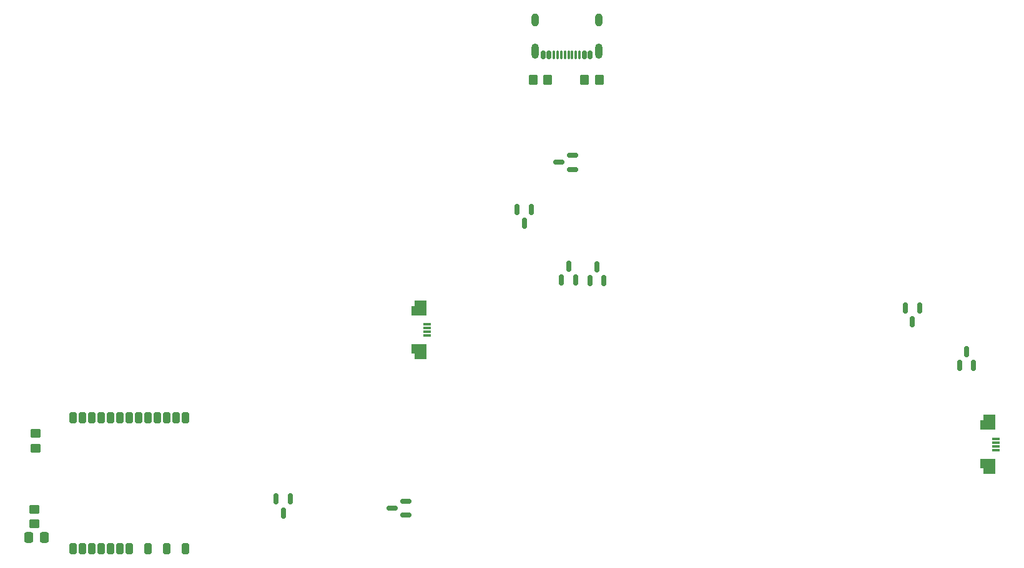
<source format=gbr>
%TF.GenerationSoftware,KiCad,Pcbnew,9.0.2*%
%TF.CreationDate,2025-07-08T14:50:53+02:00*%
%TF.ProjectId,FMControllerSeed,464d436f-6e74-4726-9f6c-6c6572536565,rev?*%
%TF.SameCoordinates,Original*%
%TF.FileFunction,Paste,Top*%
%TF.FilePolarity,Positive*%
%FSLAX46Y46*%
G04 Gerber Fmt 4.6, Leading zero omitted, Abs format (unit mm)*
G04 Created by KiCad (PCBNEW 9.0.2) date 2025-07-08 14:50:53*
%MOMM*%
%LPD*%
G01*
G04 APERTURE LIST*
G04 Aperture macros list*
%AMRoundRect*
0 Rectangle with rounded corners*
0 $1 Rounding radius*
0 $2 $3 $4 $5 $6 $7 $8 $9 X,Y pos of 4 corners*
0 Add a 4 corners polygon primitive as box body*
4,1,4,$2,$3,$4,$5,$6,$7,$8,$9,$2,$3,0*
0 Add four circle primitives for the rounded corners*
1,1,$1+$1,$2,$3*
1,1,$1+$1,$4,$5*
1,1,$1+$1,$6,$7*
1,1,$1+$1,$8,$9*
0 Add four rect primitives between the rounded corners*
20,1,$1+$1,$2,$3,$4,$5,0*
20,1,$1+$1,$4,$5,$6,$7,0*
20,1,$1+$1,$6,$7,$8,$9,0*
20,1,$1+$1,$8,$9,$2,$3,0*%
%AMFreePoly0*
4,1,7,1.050000,-0.975000,-0.250000,-0.975000,-0.250000,-0.625000,-1.050000,-0.625000,-1.050000,0.975000,1.050000,0.975000,1.050000,-0.975000,1.050000,-0.975000,$1*%
%AMFreePoly1*
4,1,7,1.050000,-0.625000,0.250000,-0.625000,0.250000,-0.975000,-1.050000,-0.975000,-1.050000,0.975000,1.050000,0.975000,1.050000,-0.625000,1.050000,-0.625000,$1*%
G04 Aperture macros list end*
%ADD10RoundRect,0.150000X0.587500X0.150000X-0.587500X0.150000X-0.587500X-0.150000X0.587500X-0.150000X0*%
%ADD11RoundRect,0.150000X0.150000X-0.587500X0.150000X0.587500X-0.150000X0.587500X-0.150000X-0.587500X0*%
%ADD12RoundRect,0.075000X-0.475000X0.075000X-0.475000X-0.075000X0.475000X-0.075000X0.475000X0.075000X0*%
%ADD13FreePoly0,270.000000*%
%ADD14FreePoly1,270.000000*%
%ADD15RoundRect,0.250000X0.350000X0.450000X-0.350000X0.450000X-0.350000X-0.450000X0.350000X-0.450000X0*%
%ADD16RoundRect,0.250000X0.250000X0.500000X-0.250000X0.500000X-0.250000X-0.500000X0.250000X-0.500000X0*%
%ADD17RoundRect,0.250000X-0.250000X-0.500000X0.250000X-0.500000X0.250000X0.500000X-0.250000X0.500000X0*%
%ADD18RoundRect,0.250000X0.337500X0.475000X-0.337500X0.475000X-0.337500X-0.475000X0.337500X-0.475000X0*%
%ADD19RoundRect,0.250000X-0.350000X-0.450000X0.350000X-0.450000X0.350000X0.450000X-0.350000X0.450000X0*%
%ADD20RoundRect,0.150000X-0.150000X0.587500X-0.150000X-0.587500X0.150000X-0.587500X0.150000X0.587500X0*%
%ADD21RoundRect,0.150000X0.150000X0.425000X-0.150000X0.425000X-0.150000X-0.425000X0.150000X-0.425000X0*%
%ADD22RoundRect,0.075000X0.075000X0.500000X-0.075000X0.500000X-0.075000X-0.500000X0.075000X-0.500000X0*%
%ADD23O,1.000000X2.100000*%
%ADD24O,1.000000X1.800000*%
%ADD25RoundRect,0.250000X-0.450000X0.350000X-0.450000X-0.350000X0.450000X-0.350000X0.450000X0.350000X0*%
G04 APERTURE END LIST*
D10*
%TO.C,D7*%
X126227500Y-120152500D03*
X126227500Y-118252500D03*
X124352500Y-119202500D03*
%TD*%
D11*
%TO.C,D3*%
X147330000Y-88260000D03*
X149230000Y-88260000D03*
X148280000Y-86385000D03*
%TD*%
D12*
%TO.C,StickR1*%
X206230000Y-109810000D03*
X206230000Y-110310000D03*
X206230000Y-110810000D03*
X206230000Y-111310000D03*
D13*
X205105000Y-107560000D03*
D14*
X205105000Y-113560000D03*
%TD*%
D15*
%TO.C,R4*%
X152440000Y-61050000D03*
X150440000Y-61050000D03*
%TD*%
D16*
%TO.C,U1*%
X96350000Y-106970000D03*
X93810000Y-106970000D03*
X91270000Y-106970000D03*
D17*
X91270000Y-124750000D03*
D16*
X88730000Y-106970000D03*
X86190000Y-106970000D03*
D17*
X96350000Y-124750000D03*
D16*
X83650000Y-106970000D03*
D17*
X83650000Y-124750000D03*
X86190000Y-124750000D03*
X88730000Y-124750000D03*
D16*
X82380000Y-106970000D03*
D17*
X82380000Y-124750000D03*
X84920000Y-124750000D03*
X87460000Y-124750000D03*
D16*
X95080000Y-106970000D03*
X92540000Y-106970000D03*
X90000000Y-106970000D03*
X87460000Y-106970000D03*
X84920000Y-106970000D03*
X81110000Y-106970000D03*
D17*
X81110000Y-124750000D03*
X93810000Y-124750000D03*
%TD*%
D11*
%TO.C,D4*%
X151170000Y-88330000D03*
X153070000Y-88330000D03*
X152120000Y-86455000D03*
%TD*%
D12*
%TO.C,StickL1*%
X129125000Y-94250000D03*
X129125000Y-94750000D03*
X129125000Y-95250000D03*
X129125000Y-95750000D03*
D13*
X128000000Y-92000000D03*
D14*
X128000000Y-98000000D03*
%TD*%
D11*
%TO.C,D5*%
X201322500Y-99815000D03*
X203222500Y-99815000D03*
X202272500Y-97940000D03*
%TD*%
D10*
%TO.C,D2*%
X148837500Y-73200000D03*
X148837500Y-71300000D03*
X146962500Y-72250000D03*
%TD*%
D18*
%TO.C,C1*%
X77157500Y-123190000D03*
X75082500Y-123190000D03*
%TD*%
D19*
%TO.C,R3*%
X143480000Y-61050000D03*
X145480000Y-61050000D03*
%TD*%
D20*
%TO.C,D8*%
X110550000Y-117972500D03*
X108650000Y-117972500D03*
X109600000Y-119847500D03*
%TD*%
D21*
%TO.C,J1*%
X151233509Y-57688509D03*
X150433509Y-57688509D03*
D22*
X149283509Y-57688509D03*
X148283509Y-57688509D03*
X147783509Y-57688509D03*
X146783509Y-57688509D03*
D21*
X145633509Y-57688509D03*
X144833509Y-57688509D03*
X144833509Y-57688509D03*
X145633509Y-57688509D03*
D22*
X146283509Y-57688509D03*
X147283509Y-57688509D03*
X148783509Y-57688509D03*
X149783509Y-57688509D03*
D21*
X150433509Y-57688509D03*
X151233509Y-57688509D03*
D23*
X152353509Y-57113509D03*
D24*
X152353509Y-52933509D03*
D23*
X143713509Y-57113509D03*
D24*
X143713509Y-52933509D03*
%TD*%
D20*
%TO.C,D1*%
X143220000Y-78642500D03*
X141320000Y-78642500D03*
X142270000Y-80517500D03*
%TD*%
D25*
%TO.C,R2*%
X75830000Y-119350000D03*
X75830000Y-121350000D03*
%TD*%
%TO.C,R1*%
X76010000Y-109050000D03*
X76010000Y-111050000D03*
%TD*%
D20*
%TO.C,D6*%
X195875000Y-92012500D03*
X193975000Y-92012500D03*
X194925000Y-93887500D03*
%TD*%
M02*

</source>
